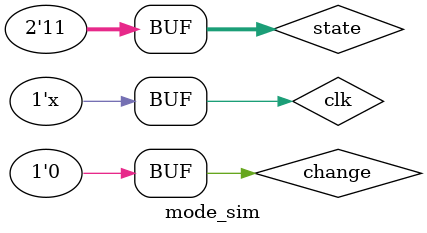
<source format=v>
`timescale 10ns / 1ps


module mode_sim(

    );
    reg [1:0] state;
    reg change,clk;
    wire [2:0]  mode; 
    select_mode  sm(change,clk, state,mode );
    
    initial
    begin
    clk=0;
    change=0;
    state=2'b00;
    change=#2 1;
    change=#2 0;
    
    state=#2 2'b01;
    
    change=#2 1;
    change=#2 0;
    
    change=#2 1;
    change=#2 0;
    
    change=#2 1;
    change=#2 0; 
      
      
    change=#2 1;
    change=#2 0; 
     
    change=#2 1;
    change=#2 0; 
     
    change=#2 1;
    change=#2 0; 
     
    change=#2 1;
    change=#2 0;  
     
    state=#2 2'b10;
     
    change=#2 1;
    change=#2 0;  
       
    state=#2 2'b11;    
    change=#2 1;
    change=#2 0; 
       
    change=#2 1;
    change=#2 0;
       
    change=#2 1;
    change=#2 0;
       
    change=#2 1;
    change=#2 0; 
              
    change=#2 1;
    change=#2 0; 
        
    change=#2 1;
    change=#2 0; 
        
    change=#2 1;
    change=#2 0; 
     
    end
  
    always #1 clk=~clk;
   // always #5 clk_div=~clk_div;
    
    
endmodule

</source>
